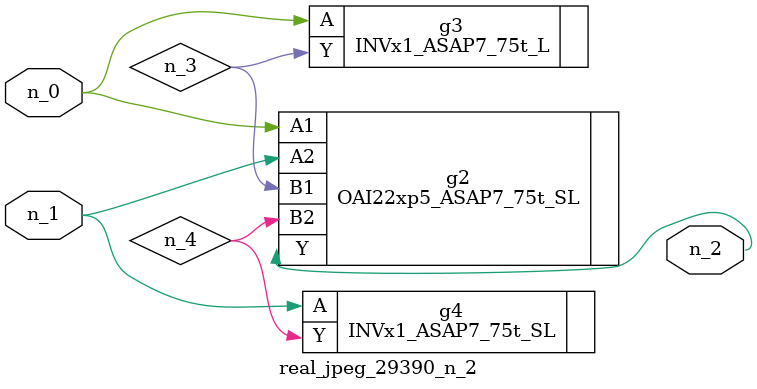
<source format=v>
module real_jpeg_29390_n_2 (n_1, n_0, n_2);

input n_1;
input n_0;

output n_2;

wire n_4;
wire n_3;

OAI22xp5_ASAP7_75t_SL g2 ( 
.A1(n_0),
.A2(n_1),
.B1(n_3),
.B2(n_4),
.Y(n_2)
);

INVx1_ASAP7_75t_L g3 ( 
.A(n_0),
.Y(n_3)
);

INVx1_ASAP7_75t_SL g4 ( 
.A(n_1),
.Y(n_4)
);


endmodule
</source>
